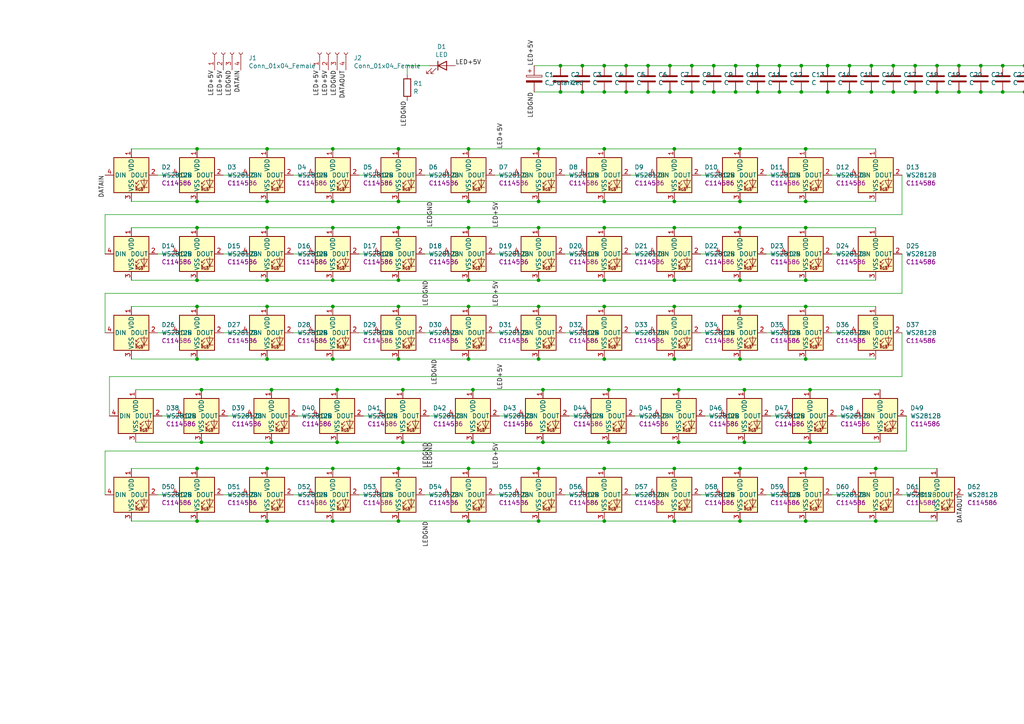
<source format=kicad_sch>
(kicad_sch (version 20211123) (generator eeschema)
  (paper "A4")
  (title_block (title "SIM CONTROL PANEL") (date "2023-02-10") (rev "3"))
  (junction (at 234.95 128.27))
  (junction (at 115.57 151.13))
  (junction (at 354.33 26.67))
  (junction (at 196.85 128.27))
  (junction (at 265.43 19.05))
  (junction (at 58.42 128.27))
  (junction (at 214.63 43.18))
  (junction (at 232.41 19.05))
  (junction (at 175.26 135.89))
  (junction (at 254 135.89))
  (junction (at 214.63 66.04))
  (junction (at 156.21 104.14))
  (junction (at 57.15 104.14))
  (junction (at 156.21 81.28))
  (junction (at 187.96 19.05))
  (junction (at 135.89 135.89))
  (junction (at 284.48 26.67))
  (junction (at 97.79 113.03))
  (junction (at 354.33 19.05))
  (junction (at 322.58 19.05))
  (junction (at 96.52 88.9))
  (junction (at 214.63 104.14))
  (junction (at 316.23 26.67))
  (junction (at 207.01 26.67))
  (junction (at 347.98 19.05))
  (junction (at 297.18 26.67))
  (junction (at 233.68 66.04))
  (junction (at 175.26 81.28))
  (junction (at 175.26 58.42))
  (junction (at 97.79 128.27))
  (junction (at 195.58 58.42))
  (junction (at 246.38 19.05))
  (junction (at 367.03 19.05))
  (junction (at 175.26 88.9))
  (junction (at 181.61 19.05))
  (junction (at 259.08 19.05))
  (junction (at 135.89 58.42))
  (junction (at 233.68 104.14))
  (junction (at 200.66 19.05))
  (junction (at 309.88 26.67))
  (junction (at 379.73 26.67))
  (junction (at 115.57 58.42))
  (junction (at 234.95 113.03))
  (junction (at 226.06 19.05))
  (junction (at 77.47 151.13))
  (junction (at 195.58 81.28))
  (junction (at 57.15 88.9))
  (junction (at 367.03 26.67))
  (junction (at 278.13 19.05))
  (junction (at 57.15 151.13))
  (junction (at 96.52 43.18))
  (junction (at 181.61 26.67))
  (junction (at 57.15 58.42))
  (junction (at 233.68 88.9))
  (junction (at 335.28 26.67))
  (junction (at 290.83 19.05))
  (junction (at 195.58 135.89))
  (junction (at 214.63 151.13))
  (junction (at 175.26 26.67))
  (junction (at 194.31 19.05))
  (junction (at 219.71 26.67))
  (junction (at 219.71 19.05))
  (junction (at 77.47 104.14))
  (junction (at 252.73 19.05))
  (junction (at 271.78 19.05))
  (junction (at 360.68 19.05))
  (junction (at 213.36 26.67))
  (junction (at 135.89 151.13))
  (junction (at 168.91 19.05))
  (junction (at 175.26 66.04))
  (junction (at 156.21 66.04))
  (junction (at 77.47 43.18))
  (junction (at 322.58 26.67))
  (junction (at 77.47 81.28))
  (junction (at 328.93 19.05))
  (junction (at 57.15 81.28))
  (junction (at 379.73 19.05))
  (junction (at 157.48 128.27))
  (junction (at 58.42 113.03))
  (junction (at 303.53 26.67))
  (junction (at 77.47 66.04))
  (junction (at 278.13 26.67))
  (junction (at 96.52 81.28))
  (junction (at 232.41 26.67))
  (junction (at 195.58 151.13))
  (junction (at 194.31 26.67))
  (junction (at 226.06 26.67))
  (junction (at 373.38 19.05))
  (junction (at 175.26 104.14))
  (junction (at 233.68 151.13))
  (junction (at 207.01 19.05))
  (junction (at 195.58 104.14))
  (junction (at 195.58 66.04))
  (junction (at 116.84 113.03))
  (junction (at 96.52 58.42))
  (junction (at 341.63 19.05))
  (junction (at 233.68 43.18))
  (junction (at 115.57 88.9))
  (junction (at 187.96 26.67))
  (junction (at 265.43 26.67))
  (junction (at 162.56 26.67))
  (junction (at 57.15 66.04))
  (junction (at 195.58 43.18))
  (junction (at 77.47 135.89))
  (junction (at 115.57 43.18))
  (junction (at 115.57 66.04))
  (junction (at 214.63 81.28))
  (junction (at 135.89 104.14))
  (junction (at 176.53 128.27))
  (junction (at 233.68 135.89))
  (junction (at 252.73 26.67))
  (junction (at 297.18 19.05))
  (junction (at 328.93 26.67))
  (junction (at 57.15 135.89))
  (junction (at 233.68 58.42))
  (junction (at 96.52 151.13))
  (junction (at 96.52 135.89))
  (junction (at 175.26 43.18))
  (junction (at 195.58 88.9))
  (junction (at 96.52 104.14))
  (junction (at 271.78 26.67))
  (junction (at 303.53 19.05))
  (junction (at 175.26 19.05))
  (junction (at 115.57 135.89))
  (junction (at 156.21 135.89))
  (junction (at 254 151.13))
  (junction (at 57.15 43.18))
  (junction (at 240.03 19.05))
  (junction (at 77.47 88.9))
  (junction (at 196.85 113.03))
  (junction (at 213.36 19.05))
  (junction (at 116.84 128.27))
  (junction (at 135.89 66.04))
  (junction (at 335.28 19.05))
  (junction (at 214.63 88.9))
  (junction (at 137.16 113.03))
  (junction (at 157.48 113.03))
  (junction (at 96.52 66.04))
  (junction (at 309.88 19.05))
  (junction (at 77.47 58.42))
  (junction (at 214.63 58.42))
  (junction (at 347.98 26.67))
  (junction (at 162.56 19.05))
  (junction (at 115.57 81.28))
  (junction (at 214.63 135.89))
  (junction (at 360.68 26.67))
  (junction (at 290.83 26.67))
  (junction (at 78.74 113.03))
  (junction (at 135.89 81.28))
  (junction (at 341.63 26.67))
  (junction (at 137.16 128.27))
  (junction (at 316.23 19.05))
  (junction (at 115.57 104.14))
  (junction (at 135.89 88.9))
  (junction (at 246.38 26.67))
  (junction (at 78.74 128.27))
  (junction (at 233.68 81.28))
  (junction (at 200.66 26.67))
  (junction (at 175.26 151.13))
  (junction (at 156.21 88.9))
  (junction (at 156.21 151.13))
  (junction (at 156.21 43.18))
  (junction (at 373.38 26.67))
  (junction (at 168.91 26.67))
  (junction (at 240.03 26.67))
  (junction (at 215.9 113.03))
  (junction (at 135.89 43.18))
  (junction (at 284.48 19.05))
  (junction (at 259.08 26.67))
  (junction (at 176.53 113.03))
  (junction (at 215.9 128.27))
  (junction (at 156.21 58.42))
  (wire (pts (xy 135.89 151.13) (xy 156.21 151.13)))
  (wire (pts (xy 135.89 135.89) (xy 115.57 135.89)))
  (wire (pts (xy 222.25 96.52) (xy 226.06 96.52)))
  (wire (pts (xy 175.26 104.14) (xy 195.58 104.14)))
  (wire (pts (xy 335.28 26.67) (xy 328.93 26.67)))
  (wire (pts (xy 64.77 143.51) (xy 69.85 143.51)))
  (wire (pts (xy 58.42 113.03) (xy 39.37 113.03)))
  (wire (pts (xy 135.89 58.42) (xy 156.21 58.42)))
  (wire (pts (xy 57.15 66.04) (xy 38.1 66.04)))
  (wire (pts (xy 259.08 26.67) (xy 252.73 26.67)))
  (wire (pts (xy 143.51 96.52) (xy 148.59 96.52)))
  (wire (pts (xy 118.11 19.05) (xy 118.11 21.59)))
  (wire (pts (xy 214.63 81.28) (xy 233.68 81.28)))
  (wire (pts (xy 214.63 58.42) (xy 233.68 58.42)))
  (wire (pts (xy 96.52 58.42) (xy 115.57 58.42)))
  (wire (pts (xy 105.41 120.65) (xy 109.22 120.65)))
  (wire (pts (xy 135.89 43.18) (xy 115.57 43.18)))
  (wire (pts (xy 69.85 73.66) (xy 64.77 73.66)))
  (wire (pts (xy 341.63 19.05) (xy 335.28 19.05)))
  (wire (pts (xy 38.1 58.42) (xy 57.15 58.42)))
  (wire (pts (xy 271.78 151.13) (xy 254 151.13)))
  (wire (pts (xy 297.18 26.67) (xy 290.83 26.67)))
  (wire (pts (xy 168.91 19.05) (xy 162.56 19.05)))
  (wire (pts (xy 167.64 73.66) (xy 163.83 73.66)))
  (wire (pts (xy 233.68 151.13) (xy 254 151.13)))
  (wire (pts (xy 194.31 19.05) (xy 187.96 19.05)))
  (wire (pts (xy 124.46 120.65) (xy 129.54 120.65)))
  (wire (pts (xy 242.57 120.65) (xy 247.65 120.65)))
  (wire (pts (xy 265.43 19.05) (xy 259.08 19.05)))
  (wire (pts (xy 104.14 143.51) (xy 107.95 143.51)))
  (wire (pts (xy 115.57 66.04) (xy 96.52 66.04)))
  (wire (pts (xy 175.26 135.89) (xy 156.21 135.89)))
  (wire (pts (xy 176.53 113.03) (xy 157.48 113.03)))
  (wire (pts (xy 259.08 19.05) (xy 252.73 19.05)))
  (wire (pts (xy 386.08 26.67) (xy 379.73 26.67)))
  (wire (pts (xy 137.16 128.27) (xy 157.48 128.27)))
  (wire (pts (xy 241.3 143.51) (xy 246.38 143.51)))
  (wire (pts (xy 115.57 104.14) (xy 135.89 104.14)))
  (wire (pts (xy 354.33 19.05) (xy 347.98 19.05)))
  (wire (pts (xy 86.36 120.65) (xy 90.17 120.65)))
  (wire (pts (xy 57.15 135.89) (xy 38.1 135.89)))
  (wire (pts (xy 77.47 58.42) (xy 96.52 58.42)))
  (wire (pts (xy 137.16 113.03) (xy 116.84 113.03)))
  (wire (pts (xy 115.57 81.28) (xy 135.89 81.28)))
  (wire (pts (xy 214.63 43.18) (xy 195.58 43.18)))
  (wire (pts (xy 309.88 26.67) (xy 303.53 26.67)))
  (wire (pts (xy 254 135.89) (xy 233.68 135.89)))
  (wire (pts (xy 347.98 26.67) (xy 341.63 26.67)))
  (wire (pts (xy 215.9 113.03) (xy 196.85 113.03)))
  (wire (pts (xy 233.68 88.9) (xy 214.63 88.9)))
  (wire (pts (xy 360.68 19.05) (xy 354.33 19.05)))
  (wire (pts (xy 261.62 62.23) (xy 30.48 62.23)))
  (wire (pts (xy 45.72 143.51) (xy 49.53 143.51)))
  (wire (pts (xy 341.63 26.67) (xy 335.28 26.67)))
  (wire (pts (xy 165.1 120.65) (xy 168.91 120.65)))
  (wire (pts (xy 322.58 19.05) (xy 316.23 19.05)))
  (wire (pts (xy 97.79 113.03) (xy 78.74 113.03)))
  (wire (pts (xy 57.15 104.14) (xy 77.47 104.14)))
  (wire (pts (xy 195.58 81.28) (xy 214.63 81.28)))
  (wire (pts (xy 85.09 50.8) (xy 88.9 50.8)))
  (wire (pts (xy 386.08 19.05) (xy 379.73 19.05)))
  (wire (pts (xy 135.89 81.28) (xy 156.21 81.28)))
  (wire (pts (xy 96.52 135.89) (xy 77.47 135.89)))
  (wire (pts (xy 57.15 58.42) (xy 77.47 58.42)))
  (wire (pts (xy 207.01 73.66) (xy 203.2 73.66)))
  (wire (pts (xy 213.36 19.05) (xy 207.01 19.05)))
  (wire (pts (xy 297.18 19.05) (xy 290.83 19.05)))
  (wire (pts (xy 265.43 26.67) (xy 259.08 26.67)))
  (wire (pts (xy 156.21 135.89) (xy 135.89 135.89)))
  (wire (pts (xy 207.01 19.05) (xy 200.66 19.05)))
  (wire (pts (xy 181.61 26.67) (xy 175.26 26.67)))
  (wire (pts (xy 182.88 96.52) (xy 187.96 96.52)))
  (wire (pts (xy 226.06 26.67) (xy 219.71 26.67)))
  (wire (pts (xy 96.52 81.28) (xy 115.57 81.28)))
  (wire (pts (xy 284.48 19.05) (xy 278.13 19.05)))
  (wire (pts (xy 49.53 73.66) (xy 45.72 73.66)))
  (wire (pts (xy 156.21 81.28) (xy 175.26 81.28)))
  (wire (pts (xy 46.99 120.65) (xy 50.8 120.65)))
  (wire (pts (xy 252.73 26.67) (xy 246.38 26.67)))
  (wire (pts (xy 163.83 96.52) (xy 167.64 96.52)))
  (wire (pts (xy 123.19 50.8) (xy 128.27 50.8)))
  (wire (pts (xy 373.38 19.05) (xy 367.03 19.05)))
  (wire (pts (xy 223.52 120.65) (xy 227.33 120.65)))
  (wire (pts (xy 88.9 73.66) (xy 85.09 73.66)))
  (wire (pts (xy 204.47 120.65) (xy 208.28 120.65)))
  (wire (pts (xy 219.71 19.05) (xy 213.36 19.05)))
  (wire (pts (xy 234.95 128.27) (xy 255.27 128.27)))
  (wire (pts (xy 214.63 88.9) (xy 195.58 88.9)))
  (wire (pts (xy 360.68 26.67) (xy 354.33 26.67)))
  (wire (pts (xy 373.38 26.67) (xy 367.03 26.67)))
  (wire (pts (xy 156.21 151.13) (xy 175.26 151.13)))
  (wire (pts (xy 135.89 66.04) (xy 115.57 66.04)))
  (wire (pts (xy 175.26 58.42) (xy 195.58 58.42)))
  (wire (pts (xy 195.58 88.9) (xy 175.26 88.9)))
  (wire (pts (xy 128.27 73.66) (xy 123.19 73.66)))
  (wire (pts (xy 203.2 50.8) (xy 207.01 50.8)))
  (wire (pts (xy 66.04 120.65) (xy 71.12 120.65)))
  (wire (pts (xy 104.14 96.52) (xy 107.95 96.52)))
  (wire (pts (xy 77.47 81.28) (xy 96.52 81.28)))
  (wire (pts (xy 77.47 66.04) (xy 57.15 66.04)))
  (wire (pts (xy 203.2 143.51) (xy 207.01 143.51)))
  (wire (pts (xy 195.58 58.42) (xy 214.63 58.42)))
  (wire (pts (xy 233.68 43.18) (xy 214.63 43.18)))
  (wire (pts (xy 175.26 43.18) (xy 156.21 43.18)))
  (wire (pts (xy 156.21 43.18) (xy 135.89 43.18)))
  (wire (pts (xy 335.28 19.05) (xy 328.93 19.05)))
  (wire (pts (xy 303.53 26.67) (xy 297.18 26.67)))
  (wire (pts (xy 290.83 26.67) (xy 284.48 26.67)))
  (wire (pts (xy 123.19 143.51) (xy 128.27 143.51)))
  (wire (pts (xy 200.66 19.05) (xy 194.31 19.05)))
  (wire (pts (xy 232.41 19.05) (xy 226.06 19.05)))
  (wire (pts (xy 115.57 135.89) (xy 96.52 135.89)))
  (wire (pts (xy 367.03 26.67) (xy 360.68 26.67)))
  (wire (pts (xy 156.21 66.04) (xy 135.89 66.04)))
  (wire (pts (xy 30.48 96.52) (xy 30.48 85.09)))
  (wire (pts (xy 252.73 19.05) (xy 246.38 19.05)))
  (wire (pts (xy 316.23 26.67) (xy 309.88 26.67)))
  (wire (pts (xy 234.95 113.03) (xy 215.9 113.03)))
  (wire (pts (xy 246.38 73.66) (xy 241.3 73.66)))
  (wire (pts (xy 96.52 88.9) (xy 77.47 88.9)))
  (wire (pts (xy 148.59 73.66) (xy 143.51 73.66)))
  (wire (pts (xy 45.72 96.52) (xy 49.53 96.52)))
  (wire (pts (xy 222.25 143.51) (xy 226.06 143.51)))
  (wire (pts (xy 328.93 19.05) (xy 322.58 19.05)))
  (wire (pts (xy 367.03 19.05) (xy 360.68 19.05)))
  (wire (pts (xy 163.83 143.51) (xy 167.64 143.51)))
  (wire (pts (xy 184.15 120.65) (xy 189.23 120.65)))
  (wire (pts (xy 104.14 50.8) (xy 107.95 50.8)))
  (wire (pts (xy 38.1 104.14) (xy 57.15 104.14)))
  (wire (pts (xy 207.01 26.67) (xy 200.66 26.67)))
  (wire (pts (xy 219.71 26.67) (xy 213.36 26.67)))
  (wire (pts (xy 85.09 96.52) (xy 88.9 96.52)))
  (wire (pts (xy 96.52 66.04) (xy 77.47 66.04)))
  (wire (pts (xy 181.61 19.05) (xy 175.26 19.05)))
  (wire (pts (xy 240.03 26.67) (xy 232.41 26.67)))
  (wire (pts (xy 195.58 43.18) (xy 175.26 43.18)))
  (wire (pts (xy 233.68 81.28) (xy 254 81.28)))
  (wire (pts (xy 354.33 26.67) (xy 347.98 26.67)))
  (wire (pts (xy 194.31 26.67) (xy 187.96 26.67)))
  (wire (pts (xy 328.93 26.67) (xy 322.58 26.67)))
  (wire (pts (xy 77.47 88.9) (xy 57.15 88.9)))
  (wire (pts (xy 233.68 66.04) (xy 214.63 66.04)))
  (wire (pts (xy 157.48 113.03) (xy 137.16 113.03)))
  (wire (pts (xy 284.48 26.67) (xy 278.13 26.67)))
  (wire (pts (xy 116.84 128.27) (xy 137.16 128.27)))
  (wire (pts (xy 30.48 130.81) (xy 262.89 130.81)))
  (wire (pts (xy 97.79 128.27) (xy 116.84 128.27)))
  (wire (pts (xy 271.78 135.89) (xy 254 135.89)))
  (wire (pts (xy 64.77 96.52) (xy 69.85 96.52)))
  (wire (pts (xy 233.68 135.89) (xy 214.63 135.89)))
  (wire (pts (xy 77.47 151.13) (xy 96.52 151.13)))
  (wire (pts (xy 115.57 88.9) (xy 96.52 88.9)))
  (wire (pts (xy 115.57 58.42) (xy 135.89 58.42)))
  (wire (pts (xy 116.84 113.03) (xy 97.79 113.03)))
  (wire (pts (xy 57.15 81.28) (xy 77.47 81.28)))
  (wire (pts (xy 77.47 104.14) (xy 96.52 104.14)))
  (wire (pts (xy 30.48 143.51) (xy 30.48 130.81)))
  (wire (pts (xy 271.78 19.05) (xy 265.43 19.05)))
  (wire (pts (xy 175.26 19.05) (xy 168.91 19.05)))
  (wire (pts (xy 156.21 88.9) (xy 135.89 88.9)))
  (wire (pts (xy 241.3 50.8) (xy 246.38 50.8)))
  (wire (pts (xy 182.88 50.8) (xy 187.96 50.8)))
  (wire (pts (xy 38.1 81.28) (xy 57.15 81.28)))
  (wire (pts (xy 222.25 50.8) (xy 226.06 50.8)))
  (wire (pts (xy 271.78 26.67) (xy 265.43 26.67)))
  (wire (pts (xy 38.1 151.13) (xy 57.15 151.13)))
  (wire (pts (xy 278.13 19.05) (xy 271.78 19.05)))
  (wire (pts (xy 347.98 19.05) (xy 341.63 19.05)))
  (wire (pts (xy 77.47 135.89) (xy 57.15 135.89)))
  (wire (pts (xy 96.52 43.18) (xy 77.47 43.18)))
  (wire (pts (xy 175.26 151.13) (xy 195.58 151.13)))
  (wire (pts (xy 309.88 19.05) (xy 303.53 19.05)))
  (wire (pts (xy 241.3 96.52) (xy 246.38 96.52)))
  (wire (pts (xy 226.06 73.66) (xy 222.25 73.66)))
  (wire (pts (xy 226.06 19.05) (xy 219.71 19.05)))
  (wire (pts (xy 143.51 143.51) (xy 148.59 143.51)))
  (wire (pts (xy 175.26 88.9) (xy 156.21 88.9)))
  (wire (pts (xy 322.58 26.67) (xy 316.23 26.67)))
  (wire (pts (xy 200.66 26.67) (xy 194.31 26.67)))
  (wire (pts (xy 261.62 143.51) (xy 264.16 143.51)))
  (wire (pts (xy 195.58 104.14) (xy 214.63 104.14)))
  (wire (pts (xy 45.72 50.8) (xy 49.53 50.8)))
  (wire (pts (xy 214.63 135.89) (xy 195.58 135.89)))
  (wire (pts (xy 379.73 19.05) (xy 373.38 19.05)))
  (wire (pts (xy 213.36 26.67) (xy 207.01 26.67)))
  (wire (pts (xy 303.53 19.05) (xy 297.18 19.05)))
  (wire (pts (xy 316.23 19.05) (xy 309.88 19.05)))
  (wire (pts (xy 196.85 113.03) (xy 176.53 113.03)))
  (wire (pts (xy 255.27 113.03) (xy 234.95 113.03)))
  (wire (pts (xy 77.47 43.18) (xy 57.15 43.18)))
  (wire (pts (xy 30.48 62.23) (xy 30.48 73.66)))
  (wire (pts (xy 175.26 66.04) (xy 156.21 66.04)))
  (wire (pts (xy 182.88 143.51) (xy 187.96 143.51)))
  (wire (pts (xy 254 43.18) (xy 233.68 43.18)))
  (wire (pts (xy 156.21 58.42) (xy 175.26 58.42)))
  (wire (pts (xy 195.58 135.89) (xy 175.26 135.89)))
  (wire (pts (xy 107.95 73.66) (xy 104.14 73.66)))
  (wire (pts (xy 115.57 151.13) (xy 135.89 151.13)))
  (wire (pts (xy 196.85 128.27) (xy 215.9 128.27)))
  (wire (pts (xy 144.78 120.65) (xy 149.86 120.65)))
  (wire (pts (xy 232.41 26.67) (xy 226.06 26.67)))
  (wire (pts (xy 175.26 26.67) (xy 168.91 26.67)))
  (wire (pts (xy 57.15 151.13) (xy 77.47 151.13)))
  (wire (pts (xy 64.77 50.8) (xy 69.85 50.8)))
  (wire (pts (xy 123.19 96.52) (xy 128.27 96.52)))
  (wire (pts (xy 85.09 143.51) (xy 88.9 143.51)))
  (wire (pts (xy 163.83 50.8) (xy 167.64 50.8)))
  (wire (pts (xy 195.58 151.13) (xy 214.63 151.13)))
  (wire (pts (xy 31.75 109.22) (xy 31.75 120.65)))
  (wire (pts (xy 187.96 19.05) (xy 181.61 19.05)))
  (wire (pts (xy 203.2 96.52) (xy 207.01 96.52)))
  (wire (pts (xy 143.51 50.8) (xy 148.59 50.8)))
  (wire (pts (xy 135.89 104.14) (xy 156.21 104.14)))
  (wire (pts (xy 176.53 128.27) (xy 196.85 128.27)))
  (wire (pts (xy 78.74 113.03) (xy 58.42 113.03)))
  (wire (pts (xy 214.63 104.14) (xy 233.68 104.14)))
  (wire (pts (xy 215.9 128.27) (xy 234.95 128.27)))
  (wire (pts (xy 187.96 26.67) (xy 181.61 26.67)))
  (wire (pts (xy 261.62 96.52) (xy 261.62 109.22)))
  (wire (pts (xy 30.48 85.09) (xy 261.62 85.09)))
  (wire (pts (xy 157.48 128.27) (xy 176.53 128.27)))
  (wire (pts (xy 246.38 19.05) (xy 240.03 19.05)))
  (wire (pts (xy 168.91 26.67) (xy 162.56 26.67)))
  (wire (pts (xy 175.26 81.28) (xy 195.58 81.28)))
  (wire (pts (xy 261.62 85.09) (xy 261.62 73.66)))
  (wire (pts (xy 290.83 19.05) (xy 284.48 19.05)))
  (wire (pts (xy 214.63 66.04) (xy 195.58 66.04)))
  (wire (pts (xy 254 66.04) (xy 233.68 66.04)))
  (wire (pts (xy 254 88.9) (xy 233.68 88.9)))
  (wire (pts (xy 57.15 88.9) (xy 38.1 88.9)))
  (wire (pts (xy 278.13 26.67) (xy 271.78 26.67)))
  (wire (pts (xy 195.58 66.04) (xy 175.26 66.04)))
  (wire (pts (xy 187.96 73.66) (xy 182.88 73.66)))
  (wire (pts (xy 261.62 109.22) (xy 31.75 109.22)))
  (wire (pts (xy 262.89 130.81) (xy 262.89 120.65)))
  (wire (pts (xy 39.37 128.27) (xy 58.42 128.27)))
  (wire (pts (xy 233.68 58.42) (xy 254 58.42)))
  (wire (pts (xy 379.73 26.67) (xy 373.38 26.67)))
  (wire (pts (xy 162.56 19.05) (xy 154.94 19.05)))
  (wire (pts (xy 96.52 104.14) (xy 115.57 104.14)))
  (wire (pts (xy 162.56 26.67) (xy 154.94 26.67)))
  (wire (pts (xy 115.57 43.18) (xy 96.52 43.18)))
  (wire (pts (xy 233.68 104.14) (xy 254 104.14)))
  (wire (pts (xy 214.63 151.13) (xy 233.68 151.13)))
  (wire (pts (xy 57.15 43.18) (xy 38.1 43.18)))
  (wire (pts (xy 124.46 19.05) (xy 118.11 19.05)))
  (wire (pts (xy 96.52 151.13) (xy 115.57 151.13)))
  (wire (pts (xy 58.42 128.27) (xy 78.74 128.27)))
  (wire (pts (xy 240.03 19.05) (xy 232.41 19.05)))
  (wire (pts (xy 246.38 26.67) (xy 240.03 26.67)))
  (wire (pts (xy 135.89 88.9) (xy 115.57 88.9)))
  (wire (pts (xy 261.62 50.8) (xy 261.62 62.23)))
  (wire (pts (xy 156.21 104.14) (xy 175.26 104.14)))
  (wire (pts (xy 78.74 128.27) (xy 97.79 128.27)))
  (label "LED+5V" (at 146.05 113.03 90))
  (label "LED+5V" (at 95.25 20.32 270))
  (label "LEDGND" (at 118.11 29.21 270))
  (label "LEDGND" (at 127 104.14 270))
  (label "LED+5V" (at 92.71 20.32 270))
  (label "LEDGND" (at 124.46 81.28 270))
  (label "DATAOUT" (at 279.4 143.51 270))
  (label "LED+5V" (at 62.23 20.32 270))
  (label "LED+5V" (at 146.05 43.18 90))
  (label "LED+5V" (at 154.94 19.05 90))
  (label "LEDGND" (at 97.79 20.32 270))
  (label "DATAIN" (at 69.85 20.32 270))
  (label "LEDGND" (at 124.46 128.27 270))
  (label "LEDGND" (at 125.73 128.27 270))
  (label "LED+5V" (at 144.78 88.9 90))
  (label "LED+5V" (at 132.08 19.05 0))
  (label "DATAOUT" (at 100.33 20.32 270))
  (label "LEDGND" (at 124.46 151.13 270))
  (label "LEDGND" (at 67.31 20.32 270))
  (label "LEDGND" (at 125.73 58.42 270))
  (label "DATAIN" (at 30.48 50.8 270))
  (label "LEDGND" (at 154.94 26.67 270))
  (label "LED+5V" (at 144.78 135.89 90))
  (label "LED+5V" (at 144.78 66.04 90))
  (label "LED+5V" (at 64.77 20.32 270))
  (symbol (lib_id "Device:C") (at 162.56 22.86 0) (unit 1)
    (property "Reference" "C2" (at 165.481 21.6916 0) (effects (justify left)))
    (property "Value" "C" (at 165.481 24.003 0) (effects (justify left)))
    (property "Footprint" "OH_Footprints:C_0603_1608Metric" (effects hide))
  )
  (symbol (lib_id "Device:C") (at 168.91 22.86 0) (unit 1)
    (property "Reference" "C3" (at 171.831 21.6916 0) (effects (justify left)))
    (property "Value" "C" (at 171.831 24.003 0) (effects (justify left)))
    (property "Footprint" "OH_Footprints:C_0603_1608Metric" (effects hide))
  )
  (symbol (lib_id "Device:C") (at 175.26 22.86 0) (unit 1)
    (property "Reference" "C4" (at 178.181 21.6916 0) (effects (justify left)))
    (property "Value" "C" (at 178.181 24.003 0) (effects (justify left)))
    (property "Footprint" "OH_Footprints:C_0603_1608Metric" (effects hide))
  )
  (symbol (lib_id "Device:C") (at 181.61 22.86 0) (unit 1)
    (property "Reference" "C5" (at 184.531 21.6916 0) (effects (justify left)))
    (property "Value" "C" (at 184.531 24.003 0) (effects (justify left)))
    (property "Footprint" "OH_Footprints:C_0603_1608Metric" (effects hide))
  )
  (symbol (lib_id "Device:C") (at 187.96 22.86 0) (unit 1)
    (property "Reference" "C6" (at 190.881 21.6916 0) (effects (justify left)))
    (property "Value" "C" (at 190.881 24.003 0) (effects (justify left)))
    (property "Footprint" "OH_Footprints:C_0603_1608Metric" (effects hide))
  )
  (symbol (lib_id "Device:C") (at 194.31 22.86 0) (unit 1)
    (property "Reference" "C7" (at 197.231 21.6916 0) (effects (justify left)))
    (property "Value" "C" (at 197.231 24.003 0) (effects (justify left)))
    (property "Footprint" "OH_Footprints:C_0603_1608Metric" (effects hide))
  )
  (symbol (lib_id "Device:C") (at 200.66 22.86 0) (unit 1)
    (property "Reference" "C8" (at 203.581 21.6916 0) (effects (justify left)))
    (property "Value" "C" (at 203.581 24.003 0) (effects (justify left)))
    (property "Footprint" "OH_Footprints:C_0603_1608Metric" (effects hide))
  )
  (symbol (lib_id "Device:C") (at 207.01 22.86 0) (unit 1)
    (property "Reference" "C9" (at 209.931 21.6916 0) (effects (justify left)))
    (property "Value" "C" (at 209.931 24.003 0) (effects (justify left)))
    (property "Footprint" "OH_Footprints:C_0603_1608Metric" (effects hide))
  )
  (symbol (lib_id "Device:C") (at 213.36 22.86 0) (unit 1)
    (property "Reference" "C10" (at 216.281 21.6916 0) (effects (justify left)))
    (property "Value" "C" (at 216.281 24.003 0) (effects (justify left)))
    (property "Footprint" "OH_Footprints:C_0603_1608Metric" (effects hide))
  )
  (symbol (lib_id "Device:C") (at 219.71 22.86 0) (unit 1)
    (property "Reference" "C11" (at 222.631 21.6916 0) (effects (justify left)))
    (property "Value" "C" (at 222.631 24.003 0) (effects (justify left)))
    (property "Footprint" "OH_Footprints:C_0603_1608Metric" (effects hide))
  )
  (symbol (lib_id "Device:C") (at 226.06 22.86 0) (unit 1)
    (property "Reference" "C12" (at 228.981 21.6916 0) (effects (justify left)))
    (property "Value" "C" (at 228.981 24.003 0) (effects (justify left)))
    (property "Footprint" "OH_Footprints:C_0603_1608Metric" (effects hide))
  )
  (symbol (lib_id "Device:C") (at 232.41 22.86 0) (unit 1)
    (property "Reference" "C13" (at 235.331 21.6916 0) (effects (justify left)))
    (property "Value" "C" (at 235.331 24.003 0) (effects (justify left)))
    (property "Footprint" "OH_Footprints:C_0603_1608Metric" (effects hide))
  )
  (symbol (lib_id "Device:C_Polarized") (at 154.94 22.86 0) (unit 1)
    (property "Reference" "C1" (at 157.9372 21.6916 0) (effects (justify left)))
    (property "Value" "C_Polarized" (at 157.9372 24.003 0) (effects (justify left)))
    (property "Footprint" "OH_Footprints:CP_Elec_8x10" (effects hide))
  )
  (symbol (lib_id "LED:WS2812B") (at 38.1 50.8 0) (unit 1)
    (property "Reference" "D2" (at 46.8376 48.4886 0) (effects (justify left)))
    (property "Value" "WS2812B" (at 46.8376 50.8 0) (effects (justify left)))
    (property "Footprint" "OH_Footprints:LED_WS2812B_PLCC4_5.0x5.0mm_P3.2mm" (effects hide))
    (property "Datasheet" "https://cdn-shop.adafruit.com/datasheets/WS2812B.pdf" (effects hide))
    (property "LCSC Part Number" "C114586" (at 46.8376 53.1114 0) (effects (justify left)))
  )
  (symbol (lib_id "Device:R") (at 118.11 25.4 0) (unit 1)
    (property "Reference" "R1" (at 119.888 24.2316 0) (effects (justify left)))
    (property "Value" "R" (at 119.888 26.543 0) (effects (justify left)))
    (property "Footprint" "OH_Footprints:R_0603_1608Metric" (effects hide))
  )
  (symbol (lib_id "Device:LED") (at 128.27 19.05 0) (unit 1)
    (property "Reference" "D1" (at 128.0922 13.5382 0))
    (property "Value" "LED" (at 128.0922 15.8496 0))
    (property "Footprint" "OH_Footprints:LED_D3.0mm" (effects hide))
  )
  (symbol (lib_id "Connector:Conn_01x04_Female") (at 64.77 15.24 90) (unit 1)
    (property "Reference" "J1" (at 72.0852 16.8148 90) (effects (justify right)))
    (property "Value" "Conn_01x04_Female" (at 72.0852 19.1262 90) (effects (justify right)))
    (property "Footprint" "OH_Footprints:Molex_Mini-Fit_Jr_5566-04A_2x02_P4.20mm_Vertical" (effects hide))
  )
  (symbol (lib_id "Connector:Conn_01x04_Female") (at 95.25 15.24 90) (unit 1)
    (property "Reference" "J2" (at 102.5652 16.8148 90) (effects (justify right)))
    (property "Value" "Conn_01x04_Female" (at 102.5652 19.1262 90) (effects (justify right)))
    (property "Footprint" "OH_Footprints:Molex_Mini-Fit_Jr_5566-04A_2x02_P4.20mm_Vertical" (effects hide))
  )
  (symbol (lib_id "LED:WS2812B") (at 57.15 50.8 0) (unit 1)
    (property "Reference" "D3" (at 65.8876 48.4886 0) (effects (justify left)))
    (property "Value" "WS2812B" (at 65.8876 50.8 0) (effects (justify left)))
    (property "Footprint" "OH_Footprints:LED_WS2812B_PLCC4_5.0x5.0mm_P3.2mm" (effects hide))
    (property "Datasheet" "https://cdn-shop.adafruit.com/datasheets/WS2812B.pdf" (effects hide))
    (property "LCSC Part Number" "C114586" (at 65.8876 53.1114 0) (effects (justify left)))
  )
  (symbol (lib_id "LED:WS2812B") (at 77.47 50.8 0) (unit 1)
    (property "Reference" "D4" (at 86.2076 48.4886 0) (effects (justify left)))
    (property "Value" "WS2812B" (at 86.2076 50.8 0) (effects (justify left)))
    (property "Footprint" "OH_Footprints:LED_WS2812B_PLCC4_5.0x5.0mm_P3.2mm" (effects hide))
    (property "Datasheet" "https://cdn-shop.adafruit.com/datasheets/WS2812B.pdf" (effects hide))
    (property "LCSC Part Number" "C114586" (at 86.2076 53.1114 0) (effects (justify left)))
  )
  (symbol (lib_id "LED:WS2812B") (at 96.52 50.8 0) (unit 1)
    (property "Reference" "D5" (at 105.2576 48.4886 0) (effects (justify left)))
    (property "Value" "WS2812B" (at 105.2576 50.8 0) (effects (justify left)))
    (property "Footprint" "OH_Footprints:LED_WS2812B_PLCC4_5.0x5.0mm_P3.2mm" (effects hide))
    (property "Datasheet" "https://cdn-shop.adafruit.com/datasheets/WS2812B.pdf" (effects hide))
    (property "LCSC Part Number" "C114586" (at 105.2576 53.1114 0) (effects (justify left)))
  )
  (symbol (lib_id "LED:WS2812B") (at 115.57 50.8 0) (unit 1)
    (property "Reference" "D6" (at 124.3076 48.4886 0) (effects (justify left)))
    (property "Value" "WS2812B" (at 124.3076 50.8 0) (effects (justify left)))
    (property "Footprint" "OH_Footprints:LED_WS2812B_PLCC4_5.0x5.0mm_P3.2mm" (effects hide))
    (property "Datasheet" "https://cdn-shop.adafruit.com/datasheets/WS2812B.pdf" (effects hide))
    (property "LCSC Part Number" "C114586" (at 124.3076 53.1114 0) (effects (justify left)))
  )
  (symbol (lib_id "LED:WS2812B") (at 135.89 50.8 0) (unit 1)
    (property "Reference" "D7" (at 144.6276 48.4886 0) (effects (justify left)))
    (property "Value" "WS2812B" (at 144.6276 50.8 0) (effects (justify left)))
    (property "Footprint" "OH_Footprints:LED_WS2812B_PLCC4_5.0x5.0mm_P3.2mm" (effects hide))
    (property "Datasheet" "https://cdn-shop.adafruit.com/datasheets/WS2812B.pdf" (effects hide))
    (property "LCSC Part Number" "C114586" (at 144.6276 53.1114 0) (effects (justify left)))
  )
  (symbol (lib_id "LED:WS2812B") (at 156.21 50.8 0) (unit 1)
    (property "Reference" "D8" (at 164.9476 48.4886 0) (effects (justify left)))
    (property "Value" "WS2812B" (at 164.9476 50.8 0) (effects (justify left)))
    (property "Footprint" "OH_Footprints:LED_WS2812B_PLCC4_5.0x5.0mm_P3.2mm" (effects hide))
    (property "Datasheet" "https://cdn-shop.adafruit.com/datasheets/WS2812B.pdf" (effects hide))
    (property "LCSC Part Number" "C114586" (at 164.9476 53.1114 0) (effects (justify left)))
  )
  (symbol (lib_id "LED:WS2812B") (at 175.26 50.8 0) (unit 1)
    (property "Reference" "D9" (at 183.9976 48.4886 0) (effects (justify left)))
    (property "Value" "WS2812B" (at 183.9976 50.8 0) (effects (justify left)))
    (property "Footprint" "OH_Footprints:LED_WS2812B_PLCC4_5.0x5.0mm_P3.2mm" (effects hide))
    (property "Datasheet" "https://cdn-shop.adafruit.com/datasheets/WS2812B.pdf" (effects hide))
    (property "LCSC Part Number" "C114586" (at 183.9976 53.1114 0) (effects (justify left)))
  )
  (symbol (lib_id "LED:WS2812B") (at 195.58 50.8 0) (unit 1)
    (property "Reference" "D10" (at 204.3176 48.4886 0) (effects (justify left)))
    (property "Value" "WS2812B" (at 204.3176 50.8 0) (effects (justify left)))
    (property "Footprint" "OH_Footprints:LED_WS2812B_PLCC4_5.0x5.0mm_P3.2mm" (effects hide))
    (property "Datasheet" "https://cdn-shop.adafruit.com/datasheets/WS2812B.pdf" (effects hide))
    (property "LCSC Part Number" "C114586" (at 204.3176 53.1114 0) (effects (justify left)))
  )
  (symbol (lib_id "LED:WS2812B") (at 214.63 50.8 0) (unit 1)
    (property "Reference" "D11" (at 223.3676 48.4886 0) (effects (justify left)))
    (property "Value" "WS2812B" (at 223.3676 50.8 0) (effects (justify left)))
    (property "Footprint" "OH_Footprints:LED_WS2812B_PLCC4_5.0x5.0mm_P3.2mm" (effects hide))
    (property "Datasheet" "https://cdn-shop.adafruit.com/datasheets/WS2812B.pdf" (effects hide))
    (property "LCSC Part Number" "C114586" (at 223.3676 53.1114 0) (effects (justify left)))
  )
  (symbol (lib_id "LED:WS2812B") (at 233.68 50.8 0) (unit 1)
    (property "Reference" "D12" (at 242.4176 48.4886 0) (effects (justify left)))
    (property "Value" "WS2812B" (at 242.4176 50.8 0) (effects (justify left)))
    (property "Footprint" "OH_Footprints:LED_WS2812B_PLCC4_5.0x5.0mm_P3.2mm" (effects hide))
    (property "Datasheet" "https://cdn-shop.adafruit.com/datasheets/WS2812B.pdf" (effects hide))
    (property "LCSC Part Number" "C114586" (at 242.4176 53.1114 0) (effects (justify left)))
  )
  (symbol (lib_id "LED:WS2812B") (at 254 50.8 0) (unit 1)
    (property "Reference" "D13" (at 262.7376 48.4886 0) (effects (justify left)))
    (property "Value" "WS2812B" (at 262.7376 50.8 0) (effects (justify left)))
    (property "Footprint" "OH_Footprints:LED_WS2812B_PLCC4_5.0x5.0mm_P3.2mm" (effects hide))
    (property "Datasheet" "https://cdn-shop.adafruit.com/datasheets/WS2812B.pdf" (effects hide))
    (property "LCSC Part Number" "C114586" (at 262.7376 53.1114 0) (effects (justify left)))
  )
  (symbol (lib_id "LED:WS2812B") (at 38.1 73.66 0) (unit 1)
    (property "Reference" "D14" (at 46.8376 71.3486 0) (effects (justify left)))
    (property "Value" "WS2812B" (at 46.8376 73.66 0) (effects (justify left)))
    (property "Footprint" "OH_Footprints:LED_WS2812B_PLCC4_5.0x5.0mm_P3.2mm" (effects hide))
    (property "Datasheet" "https://cdn-shop.adafruit.com/datasheets/WS2812B.pdf" (effects hide))
    (property "LCSC Part Number" "C114586" (at 46.8376 75.9714 0) (effects (justify left)))
  )
  (symbol (lib_id "LED:WS2812B") (at 57.15 73.66 0) (unit 1)
    (property "Reference" "D15" (at 65.8876 71.3486 0) (effects (justify left)))
    (property "Value" "WS2812B" (at 65.8876 73.66 0) (effects (justify left)))
    (property "Footprint" "OH_Footprints:LED_WS2812B_PLCC4_5.0x5.0mm_P3.2mm" (effects hide))
    (property "Datasheet" "https://cdn-shop.adafruit.com/datasheets/WS2812B.pdf" (effects hide))
    (property "LCSC Part Number" "C114586" (at 65.8876 75.9714 0) (effects (justify left)))
  )
  (symbol (lib_id "LED:WS2812B") (at 77.47 73.66 0) (unit 1)
    (property "Reference" "D16" (at 86.2076 71.3486 0) (effects (justify left)))
    (property "Value" "WS2812B" (at 86.2076 73.66 0) (effects (justify left)))
    (property "Footprint" "OH_Footprints:LED_WS2812B_PLCC4_5.0x5.0mm_P3.2mm" (effects hide))
    (property "Datasheet" "https://cdn-shop.adafruit.com/datasheets/WS2812B.pdf" (effects hide))
    (property "LCSC Part Number" "C114586" (at 86.2076 75.9714 0) (effects (justify left)))
  )
  (symbol (lib_id "LED:WS2812B") (at 96.52 73.66 0) (unit 1)
    (property "Reference" "D17" (at 105.2576 71.3486 0) (effects (justify left)))
    (property "Value" "WS2812B" (at 105.2576 73.66 0) (effects (justify left)))
    (property "Footprint" "OH_Footprints:LED_WS2812B_PLCC4_5.0x5.0mm_P3.2mm" (effects hide))
    (property "Datasheet" "https://cdn-shop.adafruit.com/datasheets/WS2812B.pdf" (effects hide))
    (property "LCSC Part Number" "C114586" (at 105.2576 75.9714 0) (effects (justify left)))
  )
  (symbol (lib_id "LED:WS2812B") (at 115.57 73.66 0) (unit 1)
    (property "Reference" "D18" (at 124.3076 71.3486 0) (effects (justify left)))
    (property "Value" "WS2812B" (at 124.3076 73.66 0) (effects (justify left)))
    (property "Footprint" "OH_Footprints:LED_WS2812B_PLCC4_5.0x5.0mm_P3.2mm" (effects hide))
    (property "Datasheet" "https://cdn-shop.adafruit.com/datasheets/WS2812B.pdf" (effects hide))
    (property "LCSC Part Number" "C114586" (at 124.3076 75.9714 0) (effects (justify left)))
  )
  (symbol (lib_id "LED:WS2812B") (at 135.89 73.66 0) (unit 1)
    (property "Reference" "D19" (at 144.6276 71.3486 0) (effects (justify left)))
    (property "Value" "WS2812B" (at 144.6276 73.66 0) (effects (justify left)))
    (property "Footprint" "OH_Footprints:LED_WS2812B_PLCC4_5.0x5.0mm_P3.2mm" (effects hide))
    (property "Datasheet" "https://cdn-shop.adafruit.com/datasheets/WS2812B.pdf" (effects hide))
    (property "LCSC Part Number" "C114586" (at 144.6276 75.9714 0) (effects (justify left)))
  )
  (symbol (lib_id "LED:WS2812B") (at 156.21 73.66 0) (unit 1)
    (property "Reference" "D20" (at 164.9476 71.3486 0) (effects (justify left)))
    (property "Value" "WS2812B" (at 164.9476 73.66 0) (effects (justify left)))
    (property "Footprint" "OH_Footprints:LED_WS2812B_PLCC4_5.0x5.0mm_P3.2mm" (effects hide))
    (property "Datasheet" "https://cdn-shop.adafruit.com/datasheets/WS2812B.pdf" (effects hide))
    (property "LCSC Part Number" "C114586" (at 164.9476 75.9714 0) (effects (justify left)))
  )
  (symbol (lib_id "LED:WS2812B") (at 175.26 73.66 0) (unit 1)
    (property "Reference" "D21" (at 183.9976 71.3486 0) (effects (justify left)))
    (property "Value" "WS2812B" (at 183.9976 73.66 0) (effects (justify left)))
    (property "Footprint" "OH_Footprints:LED_WS2812B_PLCC4_5.0x5.0mm_P3.2mm" (effects hide))
    (property "Datasheet" "https://cdn-shop.adafruit.com/datasheets/WS2812B.pdf" (effects hide))
    (property "LCSC Part Number" "C114586" (at 183.9976 75.9714 0) (effects (justify left)))
  )
  (symbol (lib_id "LED:WS2812B") (at 195.58 73.66 0) (unit 1)
    (property "Reference" "D22" (at 204.3176 71.3486 0) (effects (justify left)))
    (property "Value" "WS2812B" (at 204.3176 73.66 0) (effects (justify left)))
    (property "Footprint" "OH_Footprints:LED_WS2812B_PLCC4_5.0x5.0mm_P3.2mm" (effects hide))
    (property "Datasheet" "https://cdn-shop.adafruit.com/datasheets/WS2812B.pdf" (effects hide))
    (property "LCSC Part Number" "C114586" (at 204.3176 75.9714 0) (effects (justify left)))
  )
  (symbol (lib_id "LED:WS2812B") (at 214.63 73.66 0) (unit 1)
    (property "Reference" "D23" (at 223.3676 71.3486 0) (effects (justify left)))
    (property "Value" "WS2812B" (at 223.3676 73.66 0) (effects (justify left)))
    (property "Footprint" "OH_Footprints:LED_WS2812B_PLCC4_5.0x5.0mm_P3.2mm" (effects hide))
    (property "Datasheet" "https://cdn-shop.adafruit.com/datasheets/WS2812B.pdf" (effects hide))
    (property "LCSC Part Number" "C114586" (at 223.3676 75.9714 0) (effects (justify left)))
  )
  (symbol (lib_id "LED:WS2812B") (at 233.68 73.66 0) (unit 1)
    (property "Reference" "D24" (at 242.4176 71.3486 0) (effects (justify left)))
    (property "Value" "WS2812B" (at 242.4176 73.66 0) (effects (justify left)))
    (property "Footprint" "OH_Footprints:LED_WS2812B_PLCC4_5.0x5.0mm_P3.2mm" (effects hide))
    (property "Datasheet" "https://cdn-shop.adafruit.com/datasheets/WS2812B.pdf" (effects hide))
    (property "LCSC Part Number" "C114586" (at 242.4176 75.9714 0) (effects (justify left)))
  )
  (symbol (lib_id "LED:WS2812B") (at 254 73.66 0) (unit 1)
    (property "Reference" "D25" (at 262.7376 71.3486 0) (effects (justify left)))
    (property "Value" "WS2812B" (at 262.7376 73.66 0) (effects (justify left)))
    (property "Footprint" "OH_Footprints:LED_WS2812B_PLCC4_5.0x5.0mm_P3.2mm" (effects hide))
    (property "Datasheet" "https://cdn-shop.adafruit.com/datasheets/WS2812B.pdf" (effects hide))
    (property "LCSC Part Number" "C114586" (at 262.7376 75.9714 0) (effects (justify left)))
  )
  (symbol (lib_id "LED:WS2812B") (at 38.1 96.52 0) (unit 1)
    (property "Reference" "D26" (at 46.8376 94.2086 0) (effects (justify left)))
    (property "Value" "WS2812B" (at 46.8376 96.52 0) (effects (justify left)))
    (property "Footprint" "OH_Footprints:LED_WS2812B_PLCC4_5.0x5.0mm_P3.2mm" (effects hide))
    (property "Datasheet" "https://cdn-shop.adafruit.com/datasheets/WS2812B.pdf" (effects hide))
    (property "LCSC Part Number" "C114586" (at 46.8376 98.8314 0) (effects (justify left)))
  )
  (symbol (lib_id "LED:WS2812B") (at 57.15 96.52 0) (unit 1)
    (property "Reference" "D27" (at 65.8876 94.2086 0) (effects (justify left)))
    (property "Value" "WS2812B" (at 65.8876 96.52 0) (effects (justify left)))
    (property "Footprint" "OH_Footprints:LED_WS2812B_PLCC4_5.0x5.0mm_P3.2mm" (effects hide))
    (property "Datasheet" "https://cdn-shop.adafruit.com/datasheets/WS2812B.pdf" (effects hide))
    (property "LCSC Part Number" "C114586" (at 65.8876 98.8314 0) (effects (justify left)))
  )
  (symbol (lib_id "LED:WS2812B") (at 77.47 96.52 0) (unit 1)
    (property "Reference" "D28" (at 86.2076 94.2086 0) (effects (justify left)))
    (property "Value" "WS2812B" (at 86.2076 96.52 0) (effects (justify left)))
    (property "Footprint" "OH_Footprints:LED_WS2812B_PLCC4_5.0x5.0mm_P3.2mm" (effects hide))
    (property "Datasheet" "https://cdn-shop.adafruit.com/datasheets/WS2812B.pdf" (effects hide))
    (property "LCSC Part Number" "C114586" (at 86.2076 98.8314 0) (effects (justify left)))
  )
  (symbol (lib_id "LED:WS2812B") (at 96.52 96.52 0) (unit 1)
    (property "Reference" "D29" (at 105.2576 94.2086 0) (effects (justify left)))
    (property "Value" "WS2812B" (at 105.2576 96.52 0) (effects (justify left)))
    (property "Footprint" "OH_Footprints:LED_WS2812B_PLCC4_5.0x5.0mm_P3.2mm" (effects hide))
    (property "Datasheet" "https://cdn-shop.adafruit.com/datasheets/WS2812B.pdf" (effects hide))
    (property "LCSC Part Number" "C114586" (at 105.2576 98.8314 0) (effects (justify left)))
  )
  (symbol (lib_id "LED:WS2812B") (at 115.57 96.52 0) (unit 1)
    (property "Reference" "D30" (at 124.3076 94.2086 0) (effects (justify left)))
    (property "Value" "WS2812B" (at 124.3076 96.52 0) (effects (justify left)))
    (property "Footprint" "OH_Footprints:LED_WS2812B_PLCC4_5.0x5.0mm_P3.2mm" (effects hide))
    (property "Datasheet" "https://cdn-shop.adafruit.com/datasheets/WS2812B.pdf" (effects hide))
    (property "LCSC Part Number" "C114586" (at 124.3076 98.8314 0) (effects (justify left)))
  )
  (symbol (lib_id "LED:WS2812B") (at 135.89 96.52 0) (unit 1)
    (property "Reference" "D31" (at 144.6276 94.2086 0) (effects (justify left)))
    (property "Value" "WS2812B" (at 144.6276 96.52 0) (effects (justify left)))
    (property "Footprint" "OH_Footprints:LED_WS2812B_PLCC4_5.0x5.0mm_P3.2mm" (effects hide))
    (property "Datasheet" "https://cdn-shop.adafruit.com/datasheets/WS2812B.pdf" (effects hide))
    (property "LCSC Part Number" "C114586" (at 144.6276 98.8314 0) (effects (justify left)))
  )
  (symbol (lib_id "LED:WS2812B") (at 156.21 96.52 0) (unit 1)
    (property "Reference" "D32" (at 164.9476 94.2086 0) (effects (justify left)))
    (property "Value" "WS2812B" (at 164.9476 96.52 0) (effects (justify left)))
    (property "Footprint" "OH_Footprints:LED_WS2812B_PLCC4_5.0x5.0mm_P3.2mm" (effects hide))
    (property "Datasheet" "https://cdn-shop.adafruit.com/datasheets/WS2812B.pdf" (effects hide))
    (property "LCSC Part Number" "C114586" (at 164.9476 98.8314 0) (effects (justify left)))
  )
  (symbol (lib_id "LED:WS2812B") (at 175.26 96.52 0) (unit 1)
    (property "Reference" "D33" (at 183.9976 94.2086 0) (effects (justify left)))
    (property "Value" "WS2812B" (at 183.9976 96.52 0) (effects (justify left)))
    (property "Footprint" "OH_Footprints:LED_WS2812B_PLCC4_5.0x5.0mm_P3.2mm" (effects hide))
    (property "Datasheet" "https://cdn-shop.adafruit.com/datasheets/WS2812B.pdf" (effects hide))
    (property "LCSC Part Number" "C114586" (at 183.9976 98.8314 0) (effects (justify left)))
  )
  (symbol (lib_id "LED:WS2812B") (at 195.58 96.52 0) (unit 1)
    (property "Reference" "D34" (at 204.3176 94.2086 0) (effects (justify left)))
    (property "Value" "WS2812B" (at 204.3176 96.52 0) (effects (justify left)))
    (property "Footprint" "OH_Footprints:LED_WS2812B_PLCC4_5.0x5.0mm_P3.2mm" (effects hide))
    (property "Datasheet" "https://cdn-shop.adafruit.com/datasheets/WS2812B.pdf" (effects hide))
    (property "LCSC Part Number" "C114586" (at 204.3176 98.8314 0) (effects (justify left)))
  )
  (symbol (lib_id "LED:WS2812B") (at 214.63 96.52 0) (unit 1)
    (property "Reference" "D35" (at 223.3676 94.2086 0) (effects (justify left)))
    (property "Value" "WS2812B" (at 223.3676 96.52 0) (effects (justify left)))
    (property "Footprint" "OH_Footprints:LED_WS2812B_PLCC4_5.0x5.0mm_P3.2mm" (effects hide))
    (property "Datasheet" "https://cdn-shop.adafruit.com/datasheets/WS2812B.pdf" (effects hide))
    (property "LCSC Part Number" "C114586" (at 223.3676 98.8314 0) (effects (justify left)))
  )
  (symbol (lib_id "LED:WS2812B") (at 233.68 96.52 0) (unit 1)
    (property "Reference" "D36" (at 242.4176 94.2086 0) (effects (justify left)))
    (property "Value" "WS2812B" (at 242.4176 96.52 0) (effects (justify left)))
    (property "Footprint" "OH_Footprints:LED_WS2812B_PLCC4_5.0x5.0mm_P3.2mm" (effects hide))
    (property "Datasheet" "https://cdn-shop.adafruit.com/datasheets/WS2812B.pdf" (effects hide))
    (property "LCSC Part Number" "C114586" (at 242.4176 98.8314 0) (effects (justify left)))
  )
  (symbol (lib_id "LED:WS2812B") (at 254 96.52 0) (unit 1)
    (property "Reference" "D37" (at 262.7376 94.2086 0) (effects (justify left)))
    (property "Value" "WS2812B" (at 262.7376 96.52 0) (effects (justify left)))
    (property "Footprint" "OH_Footprints:LED_WS2812B_PLCC4_5.0x5.0mm_P3.2mm" (effects hide))
    (property "Datasheet" "https://cdn-shop.adafruit.com/datasheets/WS2812B.pdf" (effects hide))
    (property "LCSC Part Number" "C114586" (at 262.7376 98.8314 0) (effects (justify left)))
  )
  (symbol (lib_id "LED:WS2812B") (at 39.37 120.65 0) (unit 1)
    (property "Reference" "D38" (at 48.1076 118.3386 0) (effects (justify left)))
    (property "Value" "WS2812B" (at 48.1076 120.65 0) (effects (justify left)))
    (property "Footprint" "OH_Footprints:LED_WS2812B_PLCC4_5.0x5.0mm_P3.2mm" (effects hide))
    (property "Datasheet" "https://cdn-shop.adafruit.com/datasheets/WS2812B.pdf" (effects hide))
    (property "LCSC Part Number" "C114586" (at 48.1076 122.9614 0) (effects (justify left)))
  )
  (symbol (lib_id "LED:WS2812B") (at 58.42 120.65 0) (unit 1)
    (property "Reference" "D39" (at 67.1576 118.3386 0) (effects (justify left)))
    (property "Value" "WS2812B" (at 67.1576 120.65 0) (effects (justify left)))
    (property "Footprint" "OH_Footprints:LED_WS2812B_PLCC4_5.0x5.0mm_P3.2mm" (effects hide))
    (property "Datasheet" "https://cdn-shop.adafruit.com/datasheets/WS2812B.pdf" (effects hide))
    (property "LCSC Part Number" "C114586" (at 67.1576 122.9614 0) (effects (justify left)))
  )
  (symbol (lib_id "LED:WS2812B") (at 78.74 120.65 0) (unit 1)
    (property "Reference" "D40" (at 87.4776 118.3386 0) (effects (justify left)))
    (property "Value" "WS2812B" (at 87.4776 120.65 0) (effects (justify left)))
    (property "Footprint" "OH_Footprints:LED_WS2812B_PLCC4_5.0x5.0mm_P3.2mm" (effects hide))
    (property "Datasheet" "https://cdn-shop.adafruit.com/datasheets/WS2812B.pdf" (effects hide))
    (property "LCSC Part Number" "C114586" (at 87.4776 122.9614 0) (effects (justify left)))
  )
  (symbol (lib_id "LED:WS2812B") (at 97.79 120.65 0) (unit 1)
    (property "Reference" "D41" (at 106.5276 118.3386 0) (effects (justify left)))
    (property "Value" "WS2812B" (at 106.5276 120.65 0) (effects (justify left)))
    (property "Footprint" "OH_Footprints:LED_WS2812B_PLCC4_5.0x5.0mm_P3.2mm" (effects hide))
    (property "Datasheet" "https://cdn-shop.adafruit.com/datasheets/WS2812B.pdf" (effects hide))
    (property "LCSC Part Number" "C114586" (at 106.5276 122.9614 0) (effects (justify left)))
  )
  (symbol (lib_id "LED:WS2812B") (at 116.84 120.65 0) (unit 1)
    (property "Reference" "D42" (at 125.5776 118.3386 0) (effects (justify left)))
    (property "Value" "WS2812B" (at 125.5776 120.65 0) (effects (justify left)))
    (property "Footprint" "OH_Footprints:LED_WS2812B_PLCC4_5.0x5.0mm_P3.2mm" (effects hide))
    (property "Datasheet" "https://cdn-shop.adafruit.com/datasheets/WS2812B.pdf" (effects hide))
    (property "LCSC Part Number" "C114586" (at 125.5776 122.9614 0) (effects (justify left)))
  )
  (symbol (lib_id "LED:WS2812B") (at 137.16 120.65 0) (unit 1)
    (property "Reference" "D43" (at 145.8976 118.3386 0) (effects (justify left)))
    (property "Value" "WS2812B" (at 145.8976 120.65 0) (effects (justify left)))
    (property "Footprint" "OH_Footprints:LED_WS2812B_PLCC4_5.0x5.0mm_P3.2mm" (effects hide))
    (property "Datasheet" "https://cdn-shop.adafruit.com/datasheets/WS2812B.pdf" (effects hide))
    (property "LCSC Part Number" "C114586" (at 145.8976 122.9614 0) (effects (justify left)))
  )
  (symbol (lib_id "LED:WS2812B") (at 157.48 120.65 0) (unit 1)
    (property "Reference" "D44" (at 166.2176 118.3386 0) (effects (justify left)))
    (property "Value" "WS2812B" (at 166.2176 120.65 0) (effects (justify left)))
    (property "Footprint" "OH_Footprints:LED_WS2812B_PLCC4_5.0x5.0mm_P3.2mm" (effects hide))
    (property "Datasheet" "https://cdn-shop.adafruit.com/datasheets/WS2812B.pdf" (effects hide))
    (property "LCSC Part Number" "C114586" (at 166.2176 122.9614 0) (effects (justify left)))
  )
  (symbol (lib_id "LED:WS2812B") (at 176.53 120.65 0) (unit 1)
    (property "Reference" "D45" (at 185.2676 118.3386 0) (effects (justify left)))
    (property "Value" "WS2812B" (at 185.2676 120.65 0) (effects (justify left)))
    (property "Footprint" "OH_Footprints:LED_WS2812B_PLCC4_5.0x5.0mm_P3.2mm" (effects hide))
    (property "Datasheet" "https://cdn-shop.adafruit.com/datasheets/WS2812B.pdf" (effects hide))
    (property "LCSC Part Number" "C114586" (at 185.2676 122.9614 0) (effects (justify left)))
  )
  (symbol (lib_id "LED:WS2812B") (at 196.85 120.65 0) (unit 1)
    (property "Reference" "D46" (at 205.5876 118.3386 0) (effects (justify left)))
    (property "Value" "WS2812B" (at 205.5876 120.65 0) (effects (justify left)))
    (property "Footprint" "OH_Footprints:LED_WS2812B_PLCC4_5.0x5.0mm_P3.2mm" (effects hide))
    (property "Datasheet" "https://cdn-shop.adafruit.com/datasheets/WS2812B.pdf" (effects hide))
    (property "LCSC Part Number" "C114586" (at 205.5876 122.9614 0) (effects (justify left)))
  )
  (symbol (lib_id "LED:WS2812B") (at 234.95 120.65 0) (unit 1)
    (property "Reference" "D48" (at 243.6876 118.3386 0) (effects (justify left)))
    (property "Value" "WS2812B" (at 243.6876 120.65 0) (effects (justify left)))
    (property "Footprint" "OH_Footprints:LED_WS2812B_PLCC4_5.0x5.0mm_P3.2mm" (effects hide))
    (property "Datasheet" "https://cdn-shop.adafruit.com/datasheets/WS2812B.pdf" (effects hide))
    (property "LCSC Part Number" "C114586" (at 243.6876 122.9614 0) (effects (justify left)))
  )
  (symbol (lib_id "LED:WS2812B") (at 255.27 120.65 0) (unit 1)
    (property "Reference" "D49" (at 264.0076 118.3386 0) (effects (justify left)))
    (property "Value" "WS2812B" (at 264.0076 120.65 0) (effects (justify left)))
    (property "Footprint" "OH_Footprints:LED_WS2812B_PLCC4_5.0x5.0mm_P3.2mm" (effects hide))
    (property "Datasheet" "https://cdn-shop.adafruit.com/datasheets/WS2812B.pdf" (effects hide))
    (property "LCSC Part Number" "C114586" (at 264.0076 122.9614 0) (effects (justify left)))
  )
  (symbol (lib_id "LED:WS2812B") (at 215.9 120.65 0) (unit 1)
    (property "Reference" "D47" (at 224.6376 118.3386 0) (effects (justify left)))
    (property "Value" "WS2812B" (at 224.6376 120.65 0) (effects (justify left)))
    (property "Footprint" "OH_Footprints:LED_WS2812B_PLCC4_5.0x5.0mm_P3.2mm" (effects hide))
    (property "Datasheet" "https://cdn-shop.adafruit.com/datasheets/WS2812B.pdf" (effects hide))
    (property "LCSC Part Number" "C114586" (at 224.6376 122.9614 0) (effects (justify left)))
  )
  (symbol (lib_id "LED:WS2812B") (at 38.1 143.51 0) (unit 1)
    (property "Reference" "D50" (at 46.8376 141.1986 0) (effects (justify left)))
    (property "Value" "WS2812B" (at 46.8376 143.51 0) (effects (justify left)))
    (property "Footprint" "OH_Footprints:LED_WS2812B_PLCC4_5.0x5.0mm_P3.2mm" (effects hide))
    (property "Datasheet" "https://cdn-shop.adafruit.com/datasheets/WS2812B.pdf" (effects hide))
    (property "LCSC Part Number" "C114586" (at 46.8376 145.8214 0) (effects (justify left)))
  )
  (symbol (lib_id "LED:WS2812B") (at 57.15 143.51 0) (unit 1)
    (property "Reference" "D51" (at 65.8876 141.1986 0) (effects (justify left)))
    (property "Value" "WS2812B" (at 65.8876 143.51 0) (effects (justify left)))
    (property "Footprint" "OH_Footprints:LED_WS2812B_PLCC4_5.0x5.0mm_P3.2mm" (effects hide))
    (property "Datasheet" "https://cdn-shop.adafruit.com/datasheets/WS2812B.pdf" (effects hide))
    (property "LCSC Part Number" "C114586" (at 65.8876 145.8214 0) (effects (justify left)))
  )
  (symbol (lib_id "LED:WS2812B") (at 77.47 143.51 0) (unit 1)
    (property "Reference" "D52" (at 86.2076 141.1986 0) (effects (justify left)))
    (property "Value" "WS2812B" (at 86.2076 143.51 0) (effects (justify left)))
    (property "Footprint" "OH_Footprints:LED_WS2812B_PLCC4_5.0x5.0mm_P3.2mm" (effects hide))
    (property "Datasheet" "https://cdn-shop.adafruit.com/datasheets/WS2812B.pdf" (effects hide))
    (property "LCSC Part Number" "C114586" (at 86.2076 145.8214 0) (effects (justify left)))
  )
  (symbol (lib_id "LED:WS2812B") (at 96.52 143.51 0) (unit 1)
    (property "Reference" "D53" (at 105.2576 141.1986 0) (effects (justify left)))
    (property "Value" "WS2812B" (at 105.2576 143.51 0) (effects (justify left)))
    (property "Footprint" "OH_Footprints:LED_WS2812B_PLCC4_5.0x5.0mm_P3.2mm" (effects hide))
    (property "Datasheet" "https://cdn-shop.adafruit.com/datasheets/WS2812B.pdf" (effects hide))
    (property "LCSC Part Number" "C114586" (at 105.2576 145.8214 0) (effects (justify left)))
  )
  (symbol (lib_id "LED:WS2812B") (at 115.57 143.51 0) (unit 1)
    (property "Reference" "D54" (at 124.3076 141.1986 0) (effects (justify left)))
    (property "Value" "WS2812B" (at 124.3076 143.51 0) (effects (justify left)))
    (property "Footprint" "OH_Footprints:LED_WS2812B_PLCC4_5.0x5.0mm_P3.2mm" (effects hide))
    (property "Datasheet" "https://cdn-shop.adafruit.com/datasheets/WS2812B.pdf" (effects hide))
    (property "LCSC Part Number" "C114586" (at 124.3076 145.8214 0) (effects (justify left)))
  )
  (symbol (lib_id "LED:WS2812B") (at 135.89 143.51 0) (unit 1)
    (property "Reference" "D55" (at 144.6276 141.1986 0) (effects (justify left)))
    (property "Value" "WS2812B" (at 144.6276 143.51 0) (effects (justify left)))
    (property "Footprint" "OH_Footprints:LED_WS2812B_PLCC4_5.0x5.0mm_P3.2mm" (effects hide))
    (property "Datasheet" "https://cdn-shop.adafruit.com/datasheets/WS2812B.pdf" (effects hide))
    (property "LCSC Part Number" "C114586" (at 144.6276 145.8214 0) (effects (justify left)))
  )
  (symbol (lib_id "LED:WS2812B") (at 156.21 143.51 0) (unit 1)
    (property "Reference" "D56" (at 164.9476 141.1986 0) (effects (justify left)))
    (property "Value" "WS2812B" (at 164.9476 143.51 0) (effects (justify left)))
    (property "Footprint" "OH_Footprints:LED_WS2812B_PLCC4_5.0x5.0mm_P3.2mm" (effects hide))
    (property "Datasheet" "https://cdn-shop.adafruit.com/datasheets/WS2812B.pdf" (effects hide))
    (property "LCSC Part Number" "C114586" (at 164.9476 145.8214 0) (effects (justify left)))
  )
  (symbol (lib_id "LED:WS2812B") (at 175.26 143.51 0) (unit 1)
    (property "Reference" "D57" (at 183.9976 141.1986 0) (effects (justify left)))
    (property "Value" "WS2812B" (at 183.9976 143.51 0) (effects (justify left)))
    (property "Footprint" "OH_Footprints:LED_WS2812B_PLCC4_5.0x5.0mm_P3.2mm" (effects hide))
    (property "Datasheet" "https://cdn-shop.adafruit.com/datasheets/WS2812B.pdf" (effects hide))
    (property "LCSC Part Number" "C114586" (at 183.9976 145.8214 0) (effects (justify left)))
  )
  (symbol (lib_id "LED:WS2812B") (at 195.58 143.51 0) (unit 1)
    (property "Reference" "D58" (at 204.3176 141.1986 0) (effects (justify left)))
    (property "Value" "WS2812B" (at 204.3176 143.51 0) (effects (justify left)))
    (property "Footprint" "OH_Footprints:LED_WS2812B_PLCC4_5.0x5.0mm_P3.2mm" (effects hide))
    (property "Datasheet" "https://cdn-shop.adafruit.com/datasheets/WS2812B.pdf" (effects hide))
    (property "LCSC Part Number" "C114586" (at 204.3176 145.8214 0) (effects (justify left)))
  )
  (symbol (lib_id "LED:WS2812B") (at 233.68 143.51 0) (unit 1)
    (property "Reference" "D60" (at 242.4176 141.1986 0) (effects (justify left)))
    (property "Value" "WS2812B" (at 242.4176 143.51 0) (effects (justify left)))
    (property "Footprint" "OH_Footprints:LED_WS2812B_PLCC4_5.0x5.0mm_P3.2mm" (effects hide))
    (property "Datasheet" "https://cdn-shop.adafruit.com/datasheets/WS2812B.pdf" (effects hide))
    (property "LCSC Part Number" "C114586" (at 242.4176 145.8214 0) (effects (justify left)))
  )
  (symbol (lib_id "LED:WS2812B") (at 254 143.51 0) (unit 1)
    (property "Reference" "D61" (at 262.7376 141.1986 0) (effects (justify left)))
    (property "Value" "WS2812B" (at 262.7376 143.51 0) (effects (justify left)))
    (property "Footprint" "OH_Footprints:LED_WS2812B_PLCC4_5.0x5.0mm_P3.2mm" (effects hide))
    (property "Datasheet" "https://cdn-shop.adafruit.com/datasheets/WS2812B.pdf" (effects hide))
    (property "LCSC Part Number" "C114586" (at 262.7376 145.8214 0) (effects (justify left)))
  )
  (symbol (lib_id "LED:WS2812B") (at 214.63 143.51 0) (unit 1)
    (property "Reference" "D59" (at 223.3676 141.1986 0) (effects (justify left)))
    (property "Value" "WS2812B" (at 223.3676 143.51 0) (effects (justify left)))
    (property "Footprint" "OH_Footprints:LED_WS2812B_PLCC4_5.0x5.0mm_P3.2mm" (effects hide))
    (property "Datasheet" "https://cdn-shop.adafruit.com/datasheets/WS2812B.pdf" (effects hide))
    (property "LCSC Part Number" "C114586" (at 223.3676 145.8214 0) (effects (justify left)))
  )
  (symbol (lib_id "LED:WS2812B") (at 271.78 143.51 0) (unit 1)
    (property "Reference" "D62" (at 280.5176 141.1986 0) (effects (justify left)))
    (property "Value" "WS2812B" (at 280.5176 143.51 0) (effects (justify left)))
    (property "Footprint" "OH_Footprints:LED_WS2812B_PLCC4_5.0x5.0mm_P3.2mm" (effects hide))
    (property "Datasheet" "https://cdn-shop.adafruit.com/datasheets/WS2812B.pdf" (effects hide))
    (property "LCSC Part Number" "C114586" (at 280.5176 145.8214 0) (effects (justify left)))
  )
  (symbol (lib_id "Device:C") (at 240.03 22.86 0) (unit 1)
    (property "Reference" "C14" (at 242.951 21.6916 0) (effects (justify left)))
    (property "Value" "C" (at 242.951 24.003 0) (effects (justify left)))
    (property "Footprint" "OH_Footprints:C_0603_1608Metric" (effects hide))
  )
  (symbol (lib_id "Device:C") (at 246.38 22.86 0) (unit 1)
    (property "Reference" "C15" (at 249.301 21.6916 0) (effects (justify left)))
    (property "Value" "C" (at 249.301 24.003 0) (effects (justify left)))
    (property "Footprint" "OH_Footprints:C_0603_1608Metric" (effects hide))
  )
  (symbol (lib_id "Device:C") (at 252.73 22.86 0) (unit 1)
    (property "Reference" "C16" (at 255.651 21.6916 0) (effects (justify left)))
    (property "Value" "C" (at 255.651 24.003 0) (effects (justify left)))
    (property "Footprint" "OH_Footprints:C_0603_1608Metric" (effects hide))
  )
  (symbol (lib_id "Device:C") (at 259.08 22.86 0) (unit 1)
    (property "Reference" "C17" (at 262.001 21.6916 0) (effects (justify left)))
    (property "Value" "C" (at 262.001 24.003 0) (effects (justify left)))
    (property "Footprint" "OH_Footprints:C_0603_1608Metric" (effects hide))
  )
  (symbol (lib_id "Device:C") (at 265.43 22.86 0) (unit 1)
    (property "Reference" "C18" (at 268.351 21.6916 0) (effects (justify left)))
    (property "Value" "C" (at 268.351 24.003 0) (effects (justify left)))
    (property "Footprint" "OH_Footprints:C_0603_1608Metric" (effects hide))
  )
  (symbol (lib_id "Device:C") (at 271.78 22.86 0) (unit 1)
    (property "Reference" "C19" (at 274.701 21.6916 0) (effects (justify left)))
    (property "Value" "C" (at 274.701 24.003 0) (effects (justify left)))
    (property "Footprint" "OH_Footprints:C_0603_1608Metric" (effects hide))
  )
  (symbol (lib_id "Device:C") (at 278.13 22.86 0) (unit 1)
    (property "Reference" "C20" (at 281.051 21.6916 0) (effects (justify left)))
    (property "Value" "C" (at 281.051 24.003 0) (effects (justify left)))
    (property "Footprint" "OH_Footprints:C_0603_1608Metric" (effects hide))
  )
  (symbol (lib_id "Device:C") (at 284.48 22.86 0) (unit 1)
    (property "Reference" "C21" (at 287.401 21.6916 0) (effects (justify left)))
    (property "Value" "C" (at 287.401 24.003 0) (effects (justify left)))
    (property "Footprint" "OH_Footprints:C_0603_1608Metric" (effects hide))
  )
  (symbol (lib_id "Device:C") (at 290.83 22.86 0) (unit 1)
    (property "Reference" "C22" (at 293.751 21.6916 0) (effects (justify left)))
    (property "Value" "C" (at 293.751 24.003 0) (effects (justify left)))
    (property "Footprint" "OH_Footprints:C_0603_1608Metric" (effects hide))
  )
  (symbol (lib_id "Device:C") (at 297.18 22.86 0) (unit 1)
    (property "Reference" "C23" (at 300.101 21.6916 0) (effects (justify left)))
    (property "Value" "C" (at 300.101 24.003 0) (effects (justify left)))
    (property "Footprint" "OH_Footprints:C_0603_1608Metric" (effects hide))
  )
  (symbol (lib_id "Device:C") (at 303.53 22.86 0) (unit 1)
    (property "Reference" "C24" (at 306.451 21.6916 0) (effects (justify left)))
    (property "Value" "C" (at 306.451 24.003 0) (effects (justify left)))
    (property "Footprint" "OH_Footprints:C_0603_1608Metric" (effects hide))
  )
  (symbol (lib_id "Device:C") (at 309.88 22.86 0) (unit 1)
    (property "Reference" "C25" (at 312.801 21.6916 0) (effects (justify left)))
    (property "Value" "C" (at 312.801 24.003 0) (effects (justify left)))
    (property "Footprint" "OH_Footprints:C_0603_1608Metric" (effects hide))
  )
  (symbol (lib_id "Device:C") (at 316.23 22.86 0) (unit 1)
    (property "Reference" "C26" (at 319.151 21.6916 0) (effects (justify left)))
    (property "Value" "C" (at 319.151 24.003 0) (effects (justify left)))
    (property "Footprint" "OH_Footprints:C_0603_1608Metric" (effects hide))
  )
  (symbol (lib_id "Device:C") (at 322.58 22.86 0) (unit 1)
    (property "Reference" "C27" (at 325.501 21.6916 0) (effects (justify left)))
    (property "Value" "C" (at 325.501 24.003 0) (effects (justify left)))
    (property "Footprint" "OH_Footprints:C_0603_1608Metric" (effects hide))
  )
  (symbol (lib_id "Device:C") (at 328.93 22.86 0) (unit 1)
    (property "Reference" "C28" (at 331.851 21.6916 0) (effects (justify left)))
    (property "Value" "C" (at 331.851 24.003 0) (effects (justify left)))
    (property "Footprint" "OH_Footprints:C_0603_1608Metric" (effects hide))
  )
  (symbol (lib_id "Device:C") (at 335.28 22.86 0) (unit 1)
    (property "Reference" "C29" (at 338.201 21.6916 0) (effects (justify left)))
    (property "Value" "C" (at 338.201 24.003 0) (effects (justify left)))
    (property "Footprint" "OH_Footprints:C_0603_1608Metric" (effects hide))
  )
  (symbol (lib_id "Device:C") (at 341.63 22.86 0) (unit 1)
    (property "Reference" "C30" (at 344.551 21.6916 0) (effects (justify left)))
    (property "Value" "C" (at 344.551 24.003 0) (effects (justify left)))
    (property "Footprint" "OH_Footprints:C_0603_1608Metric" (effects hide))
  )
  (symbol (lib_id "Device:C") (at 347.98 22.86 0) (unit 1)
    (property "Reference" "C31" (at 350.901 21.6916 0) (effects (justify left)))
    (property "Value" "C" (at 350.901 24.003 0) (effects (justify left)))
    (property "Footprint" "OH_Footprints:C_0603_1608Metric" (effects hide))
  )
  (symbol (lib_id "Device:C") (at 354.33 22.86 0) (unit 1)
    (property "Reference" "C32" (at 357.251 21.6916 0) (effects (justify left)))
    (property "Value" "C" (at 357.251 24.003 0) (effects (justify left)))
    (property "Footprint" "OH_Footprints:C_0603_1608Metric" (effects hide))
  )
  (symbol (lib_id "Device:C") (at 360.68 22.86 0) (unit 1)
    (property "Reference" "C33" (at 363.601 21.6916 0) (effects (justify left)))
    (property "Value" "C" (at 363.601 24.003 0) (effects (justify left)))
    (property "Footprint" "OH_Footprints:C_0603_1608Metric" (effects hide))
  )
  (symbol (lib_id "Device:C") (at 367.03 22.86 0) (unit 1)
    (property "Reference" "C34" (at 369.951 21.6916 0) (effects (justify left)))
    (property "Value" "C" (at 369.951 24.003 0) (effects (justify left)))
    (property "Footprint" "OH_Footprints:C_0603_1608Metric" (effects hide))
  )
  (symbol (lib_id "Device:C") (at 373.38 22.86 0) (unit 1)
    (property "Reference" "C35" (at 376.301 21.6916 0) (effects (justify left)))
    (property "Value" "C" (at 376.301 24.003 0) (effects (justify left)))
    (property "Footprint" "OH_Footprints:C_0603_1608Metric" (effects hide))
  )
  (symbol (lib_id "Device:C") (at 379.73 22.86 0) (unit 1)
    (property "Reference" "C36" (at 382.651 21.6916 0) (effects (justify left)))
    (property "Value" "C" (at 382.651 24.003 0) (effects (justify left)))
    (property "Footprint" "OH_Footprints:C_0603_1608Metric" (effects hide))
  )
  (symbol (lib_id "Device:C") (at 386.08 22.86 0) (unit 1)
    (property "Reference" "C37" (at 389.001 21.6916 0) (effects (justify left)))
    (property "Value" "C" (at 389.001 24.003 0) (effects (justify left)))
    (property "Footprint" "OH_Footprints:C_0603_1608Metric" (effects hide))
  )
)
</source>
